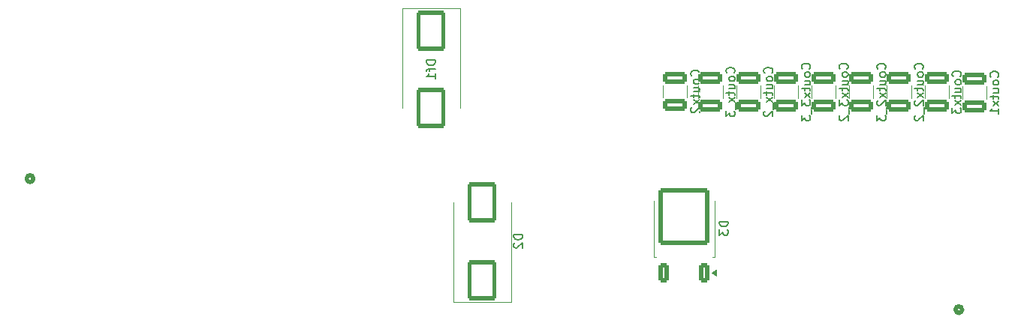
<source format=gbo>
%TF.GenerationSoftware,KiCad,Pcbnew,8.0.7*%
%TF.CreationDate,2025-01-13T19:37:05-08:00*%
%TF.ProjectId,DCDCv2,44434443-7632-42e6-9b69-6361645f7063,rev?*%
%TF.SameCoordinates,Original*%
%TF.FileFunction,Legend,Bot*%
%TF.FilePolarity,Positive*%
%FSLAX46Y46*%
G04 Gerber Fmt 4.6, Leading zero omitted, Abs format (unit mm)*
G04 Created by KiCad (PCBNEW 8.0.7) date 2025-01-13 19:37:05*
%MOMM*%
%LPD*%
G01*
G04 APERTURE LIST*
G04 Aperture macros list*
%AMRoundRect*
0 Rectangle with rounded corners*
0 $1 Rounding radius*
0 $2 $3 $4 $5 $6 $7 $8 $9 X,Y pos of 4 corners*
0 Add a 4 corners polygon primitive as box body*
4,1,4,$2,$3,$4,$5,$6,$7,$8,$9,$2,$3,0*
0 Add four circle primitives for the rounded corners*
1,1,$1+$1,$2,$3*
1,1,$1+$1,$4,$5*
1,1,$1+$1,$6,$7*
1,1,$1+$1,$8,$9*
0 Add four rect primitives between the rounded corners*
20,1,$1+$1,$2,$3,$4,$5,0*
20,1,$1+$1,$4,$5,$6,$7,0*
20,1,$1+$1,$6,$7,$8,$9,0*
20,1,$1+$1,$8,$9,$2,$3,0*%
G04 Aperture macros list end*
%ADD10C,0.150000*%
%ADD11C,0.508000*%
%ADD12C,0.120000*%
%ADD13C,1.803400*%
%ADD14C,2.000000*%
%ADD15C,3.750000*%
%ADD16R,10.000000X5.000000*%
%ADD17O,10.000000X5.000000*%
%ADD18RoundRect,0.250000X1.100000X-0.412500X1.100000X0.412500X-1.100000X0.412500X-1.100000X-0.412500X0*%
%ADD19RoundRect,0.250000X-1.400000X-2.000000X1.400000X-2.000000X1.400000X2.000000X-1.400000X2.000000X0*%
%ADD20RoundRect,0.250000X1.400000X2.000000X-1.400000X2.000000X-1.400000X-2.000000X1.400000X-2.000000X0*%
%ADD21RoundRect,0.250000X0.350000X-0.850000X0.350000X0.850000X-0.350000X0.850000X-0.350000X-0.850000X0*%
%ADD22RoundRect,0.249997X2.650003X-2.950003X2.650003X2.950003X-2.650003X2.950003X-2.650003X-2.950003X0*%
G04 APERTURE END LIST*
D10*
X139409580Y-57800594D02*
X139457200Y-57752975D01*
X139457200Y-57752975D02*
X139504819Y-57610118D01*
X139504819Y-57610118D02*
X139504819Y-57514880D01*
X139504819Y-57514880D02*
X139457200Y-57372023D01*
X139457200Y-57372023D02*
X139361961Y-57276785D01*
X139361961Y-57276785D02*
X139266723Y-57229166D01*
X139266723Y-57229166D02*
X139076247Y-57181547D01*
X139076247Y-57181547D02*
X138933390Y-57181547D01*
X138933390Y-57181547D02*
X138742914Y-57229166D01*
X138742914Y-57229166D02*
X138647676Y-57276785D01*
X138647676Y-57276785D02*
X138552438Y-57372023D01*
X138552438Y-57372023D02*
X138504819Y-57514880D01*
X138504819Y-57514880D02*
X138504819Y-57610118D01*
X138504819Y-57610118D02*
X138552438Y-57752975D01*
X138552438Y-57752975D02*
X138600057Y-57800594D01*
X139504819Y-58372023D02*
X139457200Y-58276785D01*
X139457200Y-58276785D02*
X139409580Y-58229166D01*
X139409580Y-58229166D02*
X139314342Y-58181547D01*
X139314342Y-58181547D02*
X139028628Y-58181547D01*
X139028628Y-58181547D02*
X138933390Y-58229166D01*
X138933390Y-58229166D02*
X138885771Y-58276785D01*
X138885771Y-58276785D02*
X138838152Y-58372023D01*
X138838152Y-58372023D02*
X138838152Y-58514880D01*
X138838152Y-58514880D02*
X138885771Y-58610118D01*
X138885771Y-58610118D02*
X138933390Y-58657737D01*
X138933390Y-58657737D02*
X139028628Y-58705356D01*
X139028628Y-58705356D02*
X139314342Y-58705356D01*
X139314342Y-58705356D02*
X139409580Y-58657737D01*
X139409580Y-58657737D02*
X139457200Y-58610118D01*
X139457200Y-58610118D02*
X139504819Y-58514880D01*
X139504819Y-58514880D02*
X139504819Y-58372023D01*
X138838152Y-59562499D02*
X139504819Y-59562499D01*
X138838152Y-59133928D02*
X139361961Y-59133928D01*
X139361961Y-59133928D02*
X139457200Y-59181547D01*
X139457200Y-59181547D02*
X139504819Y-59276785D01*
X139504819Y-59276785D02*
X139504819Y-59419642D01*
X139504819Y-59419642D02*
X139457200Y-59514880D01*
X139457200Y-59514880D02*
X139409580Y-59562499D01*
X138838152Y-59895833D02*
X138838152Y-60276785D01*
X138504819Y-60038690D02*
X139361961Y-60038690D01*
X139361961Y-60038690D02*
X139457200Y-60086309D01*
X139457200Y-60086309D02*
X139504819Y-60181547D01*
X139504819Y-60181547D02*
X139504819Y-60276785D01*
X139504819Y-60514881D02*
X138838152Y-61038690D01*
X138838152Y-60514881D02*
X139504819Y-61038690D01*
X138504819Y-61324405D02*
X138504819Y-61943452D01*
X138504819Y-61943452D02*
X138885771Y-61610119D01*
X138885771Y-61610119D02*
X138885771Y-61752976D01*
X138885771Y-61752976D02*
X138933390Y-61848214D01*
X138933390Y-61848214D02*
X138981009Y-61895833D01*
X138981009Y-61895833D02*
X139076247Y-61943452D01*
X139076247Y-61943452D02*
X139314342Y-61943452D01*
X139314342Y-61943452D02*
X139409580Y-61895833D01*
X139409580Y-61895833D02*
X139457200Y-61848214D01*
X139457200Y-61848214D02*
X139504819Y-61752976D01*
X139504819Y-61752976D02*
X139504819Y-61467262D01*
X139504819Y-61467262D02*
X139457200Y-61372024D01*
X139457200Y-61372024D02*
X139409580Y-61324405D01*
X90054819Y-75661905D02*
X89054819Y-75661905D01*
X89054819Y-75661905D02*
X89054819Y-75900000D01*
X89054819Y-75900000D02*
X89102438Y-76042857D01*
X89102438Y-76042857D02*
X89197676Y-76138095D01*
X89197676Y-76138095D02*
X89292914Y-76185714D01*
X89292914Y-76185714D02*
X89483390Y-76233333D01*
X89483390Y-76233333D02*
X89626247Y-76233333D01*
X89626247Y-76233333D02*
X89816723Y-76185714D01*
X89816723Y-76185714D02*
X89911961Y-76138095D01*
X89911961Y-76138095D02*
X90007200Y-76042857D01*
X90007200Y-76042857D02*
X90054819Y-75900000D01*
X90054819Y-75900000D02*
X90054819Y-75661905D01*
X89150057Y-76614286D02*
X89102438Y-76661905D01*
X89102438Y-76661905D02*
X89054819Y-76757143D01*
X89054819Y-76757143D02*
X89054819Y-76995238D01*
X89054819Y-76995238D02*
X89102438Y-77090476D01*
X89102438Y-77090476D02*
X89150057Y-77138095D01*
X89150057Y-77138095D02*
X89245295Y-77185714D01*
X89245295Y-77185714D02*
X89340533Y-77185714D01*
X89340533Y-77185714D02*
X89483390Y-77138095D01*
X89483390Y-77138095D02*
X90054819Y-76566667D01*
X90054819Y-76566667D02*
X90054819Y-77185714D01*
X113909580Y-57419642D02*
X113957200Y-57372023D01*
X113957200Y-57372023D02*
X114004819Y-57229166D01*
X114004819Y-57229166D02*
X114004819Y-57133928D01*
X114004819Y-57133928D02*
X113957200Y-56991071D01*
X113957200Y-56991071D02*
X113861961Y-56895833D01*
X113861961Y-56895833D02*
X113766723Y-56848214D01*
X113766723Y-56848214D02*
X113576247Y-56800595D01*
X113576247Y-56800595D02*
X113433390Y-56800595D01*
X113433390Y-56800595D02*
X113242914Y-56848214D01*
X113242914Y-56848214D02*
X113147676Y-56895833D01*
X113147676Y-56895833D02*
X113052438Y-56991071D01*
X113052438Y-56991071D02*
X113004819Y-57133928D01*
X113004819Y-57133928D02*
X113004819Y-57229166D01*
X113004819Y-57229166D02*
X113052438Y-57372023D01*
X113052438Y-57372023D02*
X113100057Y-57419642D01*
X114004819Y-57991071D02*
X113957200Y-57895833D01*
X113957200Y-57895833D02*
X113909580Y-57848214D01*
X113909580Y-57848214D02*
X113814342Y-57800595D01*
X113814342Y-57800595D02*
X113528628Y-57800595D01*
X113528628Y-57800595D02*
X113433390Y-57848214D01*
X113433390Y-57848214D02*
X113385771Y-57895833D01*
X113385771Y-57895833D02*
X113338152Y-57991071D01*
X113338152Y-57991071D02*
X113338152Y-58133928D01*
X113338152Y-58133928D02*
X113385771Y-58229166D01*
X113385771Y-58229166D02*
X113433390Y-58276785D01*
X113433390Y-58276785D02*
X113528628Y-58324404D01*
X113528628Y-58324404D02*
X113814342Y-58324404D01*
X113814342Y-58324404D02*
X113909580Y-58276785D01*
X113909580Y-58276785D02*
X113957200Y-58229166D01*
X113957200Y-58229166D02*
X114004819Y-58133928D01*
X114004819Y-58133928D02*
X114004819Y-57991071D01*
X113338152Y-59181547D02*
X114004819Y-59181547D01*
X113338152Y-58752976D02*
X113861961Y-58752976D01*
X113861961Y-58752976D02*
X113957200Y-58800595D01*
X113957200Y-58800595D02*
X114004819Y-58895833D01*
X114004819Y-58895833D02*
X114004819Y-59038690D01*
X114004819Y-59038690D02*
X113957200Y-59133928D01*
X113957200Y-59133928D02*
X113909580Y-59181547D01*
X113338152Y-59514881D02*
X113338152Y-59895833D01*
X113004819Y-59657738D02*
X113861961Y-59657738D01*
X113861961Y-59657738D02*
X113957200Y-59705357D01*
X113957200Y-59705357D02*
X114004819Y-59800595D01*
X114004819Y-59800595D02*
X114004819Y-59895833D01*
X114004819Y-60133929D02*
X113338152Y-60657738D01*
X113338152Y-60133929D02*
X114004819Y-60657738D01*
X114100057Y-60800596D02*
X114100057Y-61562500D01*
X113004819Y-61705358D02*
X113004819Y-62324405D01*
X113004819Y-62324405D02*
X113385771Y-61991072D01*
X113385771Y-61991072D02*
X113385771Y-62133929D01*
X113385771Y-62133929D02*
X113433390Y-62229167D01*
X113433390Y-62229167D02*
X113481009Y-62276786D01*
X113481009Y-62276786D02*
X113576247Y-62324405D01*
X113576247Y-62324405D02*
X113814342Y-62324405D01*
X113814342Y-62324405D02*
X113909580Y-62276786D01*
X113909580Y-62276786D02*
X113957200Y-62229167D01*
X113957200Y-62229167D02*
X114004819Y-62133929D01*
X114004819Y-62133929D02*
X114004819Y-61848215D01*
X114004819Y-61848215D02*
X113957200Y-61752977D01*
X113957200Y-61752977D02*
X113909580Y-61705358D01*
X118159580Y-57419642D02*
X118207200Y-57372023D01*
X118207200Y-57372023D02*
X118254819Y-57229166D01*
X118254819Y-57229166D02*
X118254819Y-57133928D01*
X118254819Y-57133928D02*
X118207200Y-56991071D01*
X118207200Y-56991071D02*
X118111961Y-56895833D01*
X118111961Y-56895833D02*
X118016723Y-56848214D01*
X118016723Y-56848214D02*
X117826247Y-56800595D01*
X117826247Y-56800595D02*
X117683390Y-56800595D01*
X117683390Y-56800595D02*
X117492914Y-56848214D01*
X117492914Y-56848214D02*
X117397676Y-56895833D01*
X117397676Y-56895833D02*
X117302438Y-56991071D01*
X117302438Y-56991071D02*
X117254819Y-57133928D01*
X117254819Y-57133928D02*
X117254819Y-57229166D01*
X117254819Y-57229166D02*
X117302438Y-57372023D01*
X117302438Y-57372023D02*
X117350057Y-57419642D01*
X118254819Y-57991071D02*
X118207200Y-57895833D01*
X118207200Y-57895833D02*
X118159580Y-57848214D01*
X118159580Y-57848214D02*
X118064342Y-57800595D01*
X118064342Y-57800595D02*
X117778628Y-57800595D01*
X117778628Y-57800595D02*
X117683390Y-57848214D01*
X117683390Y-57848214D02*
X117635771Y-57895833D01*
X117635771Y-57895833D02*
X117588152Y-57991071D01*
X117588152Y-57991071D02*
X117588152Y-58133928D01*
X117588152Y-58133928D02*
X117635771Y-58229166D01*
X117635771Y-58229166D02*
X117683390Y-58276785D01*
X117683390Y-58276785D02*
X117778628Y-58324404D01*
X117778628Y-58324404D02*
X118064342Y-58324404D01*
X118064342Y-58324404D02*
X118159580Y-58276785D01*
X118159580Y-58276785D02*
X118207200Y-58229166D01*
X118207200Y-58229166D02*
X118254819Y-58133928D01*
X118254819Y-58133928D02*
X118254819Y-57991071D01*
X117588152Y-59181547D02*
X118254819Y-59181547D01*
X117588152Y-58752976D02*
X118111961Y-58752976D01*
X118111961Y-58752976D02*
X118207200Y-58800595D01*
X118207200Y-58800595D02*
X118254819Y-58895833D01*
X118254819Y-58895833D02*
X118254819Y-59038690D01*
X118254819Y-59038690D02*
X118207200Y-59133928D01*
X118207200Y-59133928D02*
X118159580Y-59181547D01*
X117588152Y-59514881D02*
X117588152Y-59895833D01*
X117254819Y-59657738D02*
X118111961Y-59657738D01*
X118111961Y-59657738D02*
X118207200Y-59705357D01*
X118207200Y-59705357D02*
X118254819Y-59800595D01*
X118254819Y-59800595D02*
X118254819Y-59895833D01*
X118254819Y-60133929D02*
X117588152Y-60657738D01*
X117588152Y-60133929D02*
X118254819Y-60657738D01*
X118350057Y-60800596D02*
X118350057Y-61562500D01*
X117350057Y-61752977D02*
X117302438Y-61800596D01*
X117302438Y-61800596D02*
X117254819Y-61895834D01*
X117254819Y-61895834D02*
X117254819Y-62133929D01*
X117254819Y-62133929D02*
X117302438Y-62229167D01*
X117302438Y-62229167D02*
X117350057Y-62276786D01*
X117350057Y-62276786D02*
X117445295Y-62324405D01*
X117445295Y-62324405D02*
X117540533Y-62324405D01*
X117540533Y-62324405D02*
X117683390Y-62276786D01*
X117683390Y-62276786D02*
X118254819Y-61705358D01*
X118254819Y-61705358D02*
X118254819Y-62324405D01*
X130909580Y-56943451D02*
X130957200Y-56895832D01*
X130957200Y-56895832D02*
X131004819Y-56752975D01*
X131004819Y-56752975D02*
X131004819Y-56657737D01*
X131004819Y-56657737D02*
X130957200Y-56514880D01*
X130957200Y-56514880D02*
X130861961Y-56419642D01*
X130861961Y-56419642D02*
X130766723Y-56372023D01*
X130766723Y-56372023D02*
X130576247Y-56324404D01*
X130576247Y-56324404D02*
X130433390Y-56324404D01*
X130433390Y-56324404D02*
X130242914Y-56372023D01*
X130242914Y-56372023D02*
X130147676Y-56419642D01*
X130147676Y-56419642D02*
X130052438Y-56514880D01*
X130052438Y-56514880D02*
X130004819Y-56657737D01*
X130004819Y-56657737D02*
X130004819Y-56752975D01*
X130004819Y-56752975D02*
X130052438Y-56895832D01*
X130052438Y-56895832D02*
X130100057Y-56943451D01*
X131004819Y-57514880D02*
X130957200Y-57419642D01*
X130957200Y-57419642D02*
X130909580Y-57372023D01*
X130909580Y-57372023D02*
X130814342Y-57324404D01*
X130814342Y-57324404D02*
X130528628Y-57324404D01*
X130528628Y-57324404D02*
X130433390Y-57372023D01*
X130433390Y-57372023D02*
X130385771Y-57419642D01*
X130385771Y-57419642D02*
X130338152Y-57514880D01*
X130338152Y-57514880D02*
X130338152Y-57657737D01*
X130338152Y-57657737D02*
X130385771Y-57752975D01*
X130385771Y-57752975D02*
X130433390Y-57800594D01*
X130433390Y-57800594D02*
X130528628Y-57848213D01*
X130528628Y-57848213D02*
X130814342Y-57848213D01*
X130814342Y-57848213D02*
X130909580Y-57800594D01*
X130909580Y-57800594D02*
X130957200Y-57752975D01*
X130957200Y-57752975D02*
X131004819Y-57657737D01*
X131004819Y-57657737D02*
X131004819Y-57514880D01*
X130338152Y-58705356D02*
X131004819Y-58705356D01*
X130338152Y-58276785D02*
X130861961Y-58276785D01*
X130861961Y-58276785D02*
X130957200Y-58324404D01*
X130957200Y-58324404D02*
X131004819Y-58419642D01*
X131004819Y-58419642D02*
X131004819Y-58562499D01*
X131004819Y-58562499D02*
X130957200Y-58657737D01*
X130957200Y-58657737D02*
X130909580Y-58705356D01*
X130338152Y-59038690D02*
X130338152Y-59419642D01*
X130004819Y-59181547D02*
X130861961Y-59181547D01*
X130861961Y-59181547D02*
X130957200Y-59229166D01*
X130957200Y-59229166D02*
X131004819Y-59324404D01*
X131004819Y-59324404D02*
X131004819Y-59419642D01*
X131004819Y-59657738D02*
X130338152Y-60181547D01*
X130338152Y-59657738D02*
X131004819Y-60181547D01*
X130100057Y-60514881D02*
X130052438Y-60562500D01*
X130052438Y-60562500D02*
X130004819Y-60657738D01*
X130004819Y-60657738D02*
X130004819Y-60895833D01*
X130004819Y-60895833D02*
X130052438Y-60991071D01*
X130052438Y-60991071D02*
X130100057Y-61038690D01*
X130100057Y-61038690D02*
X130195295Y-61086309D01*
X130195295Y-61086309D02*
X130290533Y-61086309D01*
X130290533Y-61086309D02*
X130433390Y-61038690D01*
X130433390Y-61038690D02*
X131004819Y-60467262D01*
X131004819Y-60467262D02*
X131004819Y-61086309D01*
X131100057Y-61276786D02*
X131100057Y-62038690D01*
X130004819Y-62181548D02*
X130004819Y-62800595D01*
X130004819Y-62800595D02*
X130385771Y-62467262D01*
X130385771Y-62467262D02*
X130385771Y-62610119D01*
X130385771Y-62610119D02*
X130433390Y-62705357D01*
X130433390Y-62705357D02*
X130481009Y-62752976D01*
X130481009Y-62752976D02*
X130576247Y-62800595D01*
X130576247Y-62800595D02*
X130814342Y-62800595D01*
X130814342Y-62800595D02*
X130909580Y-62752976D01*
X130909580Y-62752976D02*
X130957200Y-62705357D01*
X130957200Y-62705357D02*
X131004819Y-62610119D01*
X131004819Y-62610119D02*
X131004819Y-62324405D01*
X131004819Y-62324405D02*
X130957200Y-62229167D01*
X130957200Y-62229167D02*
X130909580Y-62181548D01*
X122409580Y-56943451D02*
X122457200Y-56895832D01*
X122457200Y-56895832D02*
X122504819Y-56752975D01*
X122504819Y-56752975D02*
X122504819Y-56657737D01*
X122504819Y-56657737D02*
X122457200Y-56514880D01*
X122457200Y-56514880D02*
X122361961Y-56419642D01*
X122361961Y-56419642D02*
X122266723Y-56372023D01*
X122266723Y-56372023D02*
X122076247Y-56324404D01*
X122076247Y-56324404D02*
X121933390Y-56324404D01*
X121933390Y-56324404D02*
X121742914Y-56372023D01*
X121742914Y-56372023D02*
X121647676Y-56419642D01*
X121647676Y-56419642D02*
X121552438Y-56514880D01*
X121552438Y-56514880D02*
X121504819Y-56657737D01*
X121504819Y-56657737D02*
X121504819Y-56752975D01*
X121504819Y-56752975D02*
X121552438Y-56895832D01*
X121552438Y-56895832D02*
X121600057Y-56943451D01*
X122504819Y-57514880D02*
X122457200Y-57419642D01*
X122457200Y-57419642D02*
X122409580Y-57372023D01*
X122409580Y-57372023D02*
X122314342Y-57324404D01*
X122314342Y-57324404D02*
X122028628Y-57324404D01*
X122028628Y-57324404D02*
X121933390Y-57372023D01*
X121933390Y-57372023D02*
X121885771Y-57419642D01*
X121885771Y-57419642D02*
X121838152Y-57514880D01*
X121838152Y-57514880D02*
X121838152Y-57657737D01*
X121838152Y-57657737D02*
X121885771Y-57752975D01*
X121885771Y-57752975D02*
X121933390Y-57800594D01*
X121933390Y-57800594D02*
X122028628Y-57848213D01*
X122028628Y-57848213D02*
X122314342Y-57848213D01*
X122314342Y-57848213D02*
X122409580Y-57800594D01*
X122409580Y-57800594D02*
X122457200Y-57752975D01*
X122457200Y-57752975D02*
X122504819Y-57657737D01*
X122504819Y-57657737D02*
X122504819Y-57514880D01*
X121838152Y-58705356D02*
X122504819Y-58705356D01*
X121838152Y-58276785D02*
X122361961Y-58276785D01*
X122361961Y-58276785D02*
X122457200Y-58324404D01*
X122457200Y-58324404D02*
X122504819Y-58419642D01*
X122504819Y-58419642D02*
X122504819Y-58562499D01*
X122504819Y-58562499D02*
X122457200Y-58657737D01*
X122457200Y-58657737D02*
X122409580Y-58705356D01*
X121838152Y-59038690D02*
X121838152Y-59419642D01*
X121504819Y-59181547D02*
X122361961Y-59181547D01*
X122361961Y-59181547D02*
X122457200Y-59229166D01*
X122457200Y-59229166D02*
X122504819Y-59324404D01*
X122504819Y-59324404D02*
X122504819Y-59419642D01*
X122504819Y-59657738D02*
X121838152Y-60181547D01*
X121838152Y-59657738D02*
X122504819Y-60181547D01*
X121504819Y-60467262D02*
X121504819Y-61086309D01*
X121504819Y-61086309D02*
X121885771Y-60752976D01*
X121885771Y-60752976D02*
X121885771Y-60895833D01*
X121885771Y-60895833D02*
X121933390Y-60991071D01*
X121933390Y-60991071D02*
X121981009Y-61038690D01*
X121981009Y-61038690D02*
X122076247Y-61086309D01*
X122076247Y-61086309D02*
X122314342Y-61086309D01*
X122314342Y-61086309D02*
X122409580Y-61038690D01*
X122409580Y-61038690D02*
X122457200Y-60991071D01*
X122457200Y-60991071D02*
X122504819Y-60895833D01*
X122504819Y-60895833D02*
X122504819Y-60610119D01*
X122504819Y-60610119D02*
X122457200Y-60514881D01*
X122457200Y-60514881D02*
X122409580Y-60467262D01*
X122600057Y-61276786D02*
X122600057Y-62038690D01*
X121504819Y-62181548D02*
X121504819Y-62800595D01*
X121504819Y-62800595D02*
X121885771Y-62467262D01*
X121885771Y-62467262D02*
X121885771Y-62610119D01*
X121885771Y-62610119D02*
X121933390Y-62705357D01*
X121933390Y-62705357D02*
X121981009Y-62752976D01*
X121981009Y-62752976D02*
X122076247Y-62800595D01*
X122076247Y-62800595D02*
X122314342Y-62800595D01*
X122314342Y-62800595D02*
X122409580Y-62752976D01*
X122409580Y-62752976D02*
X122457200Y-62705357D01*
X122457200Y-62705357D02*
X122504819Y-62610119D01*
X122504819Y-62610119D02*
X122504819Y-62324405D01*
X122504819Y-62324405D02*
X122457200Y-62229167D01*
X122457200Y-62229167D02*
X122409580Y-62181548D01*
X80204819Y-55976190D02*
X79204819Y-55976190D01*
X79204819Y-55976190D02*
X79204819Y-56214285D01*
X79204819Y-56214285D02*
X79252438Y-56357142D01*
X79252438Y-56357142D02*
X79347676Y-56452380D01*
X79347676Y-56452380D02*
X79442914Y-56499999D01*
X79442914Y-56499999D02*
X79633390Y-56547618D01*
X79633390Y-56547618D02*
X79776247Y-56547618D01*
X79776247Y-56547618D02*
X79966723Y-56499999D01*
X79966723Y-56499999D02*
X80061961Y-56452380D01*
X80061961Y-56452380D02*
X80157200Y-56357142D01*
X80157200Y-56357142D02*
X80204819Y-56214285D01*
X80204819Y-56214285D02*
X80204819Y-55976190D01*
X79538152Y-56833333D02*
X79538152Y-57214285D01*
X80204819Y-56976190D02*
X79347676Y-56976190D01*
X79347676Y-56976190D02*
X79252438Y-57023809D01*
X79252438Y-57023809D02*
X79204819Y-57119047D01*
X79204819Y-57119047D02*
X79204819Y-57214285D01*
X80204819Y-58071428D02*
X80204819Y-57500000D01*
X80204819Y-57785714D02*
X79204819Y-57785714D01*
X79204819Y-57785714D02*
X79347676Y-57690476D01*
X79347676Y-57690476D02*
X79442914Y-57595238D01*
X79442914Y-57595238D02*
X79490533Y-57500000D01*
X113229819Y-74196905D02*
X112229819Y-74196905D01*
X112229819Y-74196905D02*
X112229819Y-74435000D01*
X112229819Y-74435000D02*
X112277438Y-74577857D01*
X112277438Y-74577857D02*
X112372676Y-74673095D01*
X112372676Y-74673095D02*
X112467914Y-74720714D01*
X112467914Y-74720714D02*
X112658390Y-74768333D01*
X112658390Y-74768333D02*
X112801247Y-74768333D01*
X112801247Y-74768333D02*
X112991723Y-74720714D01*
X112991723Y-74720714D02*
X113086961Y-74673095D01*
X113086961Y-74673095D02*
X113182200Y-74577857D01*
X113182200Y-74577857D02*
X113229819Y-74435000D01*
X113229819Y-74435000D02*
X113229819Y-74196905D01*
X112229819Y-75101667D02*
X112229819Y-75720714D01*
X112229819Y-75720714D02*
X112610771Y-75387381D01*
X112610771Y-75387381D02*
X112610771Y-75530238D01*
X112610771Y-75530238D02*
X112658390Y-75625476D01*
X112658390Y-75625476D02*
X112706009Y-75673095D01*
X112706009Y-75673095D02*
X112801247Y-75720714D01*
X112801247Y-75720714D02*
X113039342Y-75720714D01*
X113039342Y-75720714D02*
X113134580Y-75673095D01*
X113134580Y-75673095D02*
X113182200Y-75625476D01*
X113182200Y-75625476D02*
X113229819Y-75530238D01*
X113229819Y-75530238D02*
X113229819Y-75244524D01*
X113229819Y-75244524D02*
X113182200Y-75149286D01*
X113182200Y-75149286D02*
X113134580Y-75101667D01*
X135159580Y-56943451D02*
X135207200Y-56895832D01*
X135207200Y-56895832D02*
X135254819Y-56752975D01*
X135254819Y-56752975D02*
X135254819Y-56657737D01*
X135254819Y-56657737D02*
X135207200Y-56514880D01*
X135207200Y-56514880D02*
X135111961Y-56419642D01*
X135111961Y-56419642D02*
X135016723Y-56372023D01*
X135016723Y-56372023D02*
X134826247Y-56324404D01*
X134826247Y-56324404D02*
X134683390Y-56324404D01*
X134683390Y-56324404D02*
X134492914Y-56372023D01*
X134492914Y-56372023D02*
X134397676Y-56419642D01*
X134397676Y-56419642D02*
X134302438Y-56514880D01*
X134302438Y-56514880D02*
X134254819Y-56657737D01*
X134254819Y-56657737D02*
X134254819Y-56752975D01*
X134254819Y-56752975D02*
X134302438Y-56895832D01*
X134302438Y-56895832D02*
X134350057Y-56943451D01*
X135254819Y-57514880D02*
X135207200Y-57419642D01*
X135207200Y-57419642D02*
X135159580Y-57372023D01*
X135159580Y-57372023D02*
X135064342Y-57324404D01*
X135064342Y-57324404D02*
X134778628Y-57324404D01*
X134778628Y-57324404D02*
X134683390Y-57372023D01*
X134683390Y-57372023D02*
X134635771Y-57419642D01*
X134635771Y-57419642D02*
X134588152Y-57514880D01*
X134588152Y-57514880D02*
X134588152Y-57657737D01*
X134588152Y-57657737D02*
X134635771Y-57752975D01*
X134635771Y-57752975D02*
X134683390Y-57800594D01*
X134683390Y-57800594D02*
X134778628Y-57848213D01*
X134778628Y-57848213D02*
X135064342Y-57848213D01*
X135064342Y-57848213D02*
X135159580Y-57800594D01*
X135159580Y-57800594D02*
X135207200Y-57752975D01*
X135207200Y-57752975D02*
X135254819Y-57657737D01*
X135254819Y-57657737D02*
X135254819Y-57514880D01*
X134588152Y-58705356D02*
X135254819Y-58705356D01*
X134588152Y-58276785D02*
X135111961Y-58276785D01*
X135111961Y-58276785D02*
X135207200Y-58324404D01*
X135207200Y-58324404D02*
X135254819Y-58419642D01*
X135254819Y-58419642D02*
X135254819Y-58562499D01*
X135254819Y-58562499D02*
X135207200Y-58657737D01*
X135207200Y-58657737D02*
X135159580Y-58705356D01*
X134588152Y-59038690D02*
X134588152Y-59419642D01*
X134254819Y-59181547D02*
X135111961Y-59181547D01*
X135111961Y-59181547D02*
X135207200Y-59229166D01*
X135207200Y-59229166D02*
X135254819Y-59324404D01*
X135254819Y-59324404D02*
X135254819Y-59419642D01*
X135254819Y-59657738D02*
X134588152Y-60181547D01*
X134588152Y-59657738D02*
X135254819Y-60181547D01*
X134350057Y-60514881D02*
X134302438Y-60562500D01*
X134302438Y-60562500D02*
X134254819Y-60657738D01*
X134254819Y-60657738D02*
X134254819Y-60895833D01*
X134254819Y-60895833D02*
X134302438Y-60991071D01*
X134302438Y-60991071D02*
X134350057Y-61038690D01*
X134350057Y-61038690D02*
X134445295Y-61086309D01*
X134445295Y-61086309D02*
X134540533Y-61086309D01*
X134540533Y-61086309D02*
X134683390Y-61038690D01*
X134683390Y-61038690D02*
X135254819Y-60467262D01*
X135254819Y-60467262D02*
X135254819Y-61086309D01*
X135350057Y-61276786D02*
X135350057Y-62038690D01*
X134350057Y-62229167D02*
X134302438Y-62276786D01*
X134302438Y-62276786D02*
X134254819Y-62372024D01*
X134254819Y-62372024D02*
X134254819Y-62610119D01*
X134254819Y-62610119D02*
X134302438Y-62705357D01*
X134302438Y-62705357D02*
X134350057Y-62752976D01*
X134350057Y-62752976D02*
X134445295Y-62800595D01*
X134445295Y-62800595D02*
X134540533Y-62800595D01*
X134540533Y-62800595D02*
X134683390Y-62752976D01*
X134683390Y-62752976D02*
X135254819Y-62181548D01*
X135254819Y-62181548D02*
X135254819Y-62800595D01*
X126659580Y-56943451D02*
X126707200Y-56895832D01*
X126707200Y-56895832D02*
X126754819Y-56752975D01*
X126754819Y-56752975D02*
X126754819Y-56657737D01*
X126754819Y-56657737D02*
X126707200Y-56514880D01*
X126707200Y-56514880D02*
X126611961Y-56419642D01*
X126611961Y-56419642D02*
X126516723Y-56372023D01*
X126516723Y-56372023D02*
X126326247Y-56324404D01*
X126326247Y-56324404D02*
X126183390Y-56324404D01*
X126183390Y-56324404D02*
X125992914Y-56372023D01*
X125992914Y-56372023D02*
X125897676Y-56419642D01*
X125897676Y-56419642D02*
X125802438Y-56514880D01*
X125802438Y-56514880D02*
X125754819Y-56657737D01*
X125754819Y-56657737D02*
X125754819Y-56752975D01*
X125754819Y-56752975D02*
X125802438Y-56895832D01*
X125802438Y-56895832D02*
X125850057Y-56943451D01*
X126754819Y-57514880D02*
X126707200Y-57419642D01*
X126707200Y-57419642D02*
X126659580Y-57372023D01*
X126659580Y-57372023D02*
X126564342Y-57324404D01*
X126564342Y-57324404D02*
X126278628Y-57324404D01*
X126278628Y-57324404D02*
X126183390Y-57372023D01*
X126183390Y-57372023D02*
X126135771Y-57419642D01*
X126135771Y-57419642D02*
X126088152Y-57514880D01*
X126088152Y-57514880D02*
X126088152Y-57657737D01*
X126088152Y-57657737D02*
X126135771Y-57752975D01*
X126135771Y-57752975D02*
X126183390Y-57800594D01*
X126183390Y-57800594D02*
X126278628Y-57848213D01*
X126278628Y-57848213D02*
X126564342Y-57848213D01*
X126564342Y-57848213D02*
X126659580Y-57800594D01*
X126659580Y-57800594D02*
X126707200Y-57752975D01*
X126707200Y-57752975D02*
X126754819Y-57657737D01*
X126754819Y-57657737D02*
X126754819Y-57514880D01*
X126088152Y-58705356D02*
X126754819Y-58705356D01*
X126088152Y-58276785D02*
X126611961Y-58276785D01*
X126611961Y-58276785D02*
X126707200Y-58324404D01*
X126707200Y-58324404D02*
X126754819Y-58419642D01*
X126754819Y-58419642D02*
X126754819Y-58562499D01*
X126754819Y-58562499D02*
X126707200Y-58657737D01*
X126707200Y-58657737D02*
X126659580Y-58705356D01*
X126088152Y-59038690D02*
X126088152Y-59419642D01*
X125754819Y-59181547D02*
X126611961Y-59181547D01*
X126611961Y-59181547D02*
X126707200Y-59229166D01*
X126707200Y-59229166D02*
X126754819Y-59324404D01*
X126754819Y-59324404D02*
X126754819Y-59419642D01*
X126754819Y-59657738D02*
X126088152Y-60181547D01*
X126088152Y-59657738D02*
X126754819Y-60181547D01*
X125754819Y-60467262D02*
X125754819Y-61086309D01*
X125754819Y-61086309D02*
X126135771Y-60752976D01*
X126135771Y-60752976D02*
X126135771Y-60895833D01*
X126135771Y-60895833D02*
X126183390Y-60991071D01*
X126183390Y-60991071D02*
X126231009Y-61038690D01*
X126231009Y-61038690D02*
X126326247Y-61086309D01*
X126326247Y-61086309D02*
X126564342Y-61086309D01*
X126564342Y-61086309D02*
X126659580Y-61038690D01*
X126659580Y-61038690D02*
X126707200Y-60991071D01*
X126707200Y-60991071D02*
X126754819Y-60895833D01*
X126754819Y-60895833D02*
X126754819Y-60610119D01*
X126754819Y-60610119D02*
X126707200Y-60514881D01*
X126707200Y-60514881D02*
X126659580Y-60467262D01*
X126850057Y-61276786D02*
X126850057Y-62038690D01*
X125850057Y-62229167D02*
X125802438Y-62276786D01*
X125802438Y-62276786D02*
X125754819Y-62372024D01*
X125754819Y-62372024D02*
X125754819Y-62610119D01*
X125754819Y-62610119D02*
X125802438Y-62705357D01*
X125802438Y-62705357D02*
X125850057Y-62752976D01*
X125850057Y-62752976D02*
X125945295Y-62800595D01*
X125945295Y-62800595D02*
X126040533Y-62800595D01*
X126040533Y-62800595D02*
X126183390Y-62752976D01*
X126183390Y-62752976D02*
X126754819Y-62181548D01*
X126754819Y-62181548D02*
X126754819Y-62800595D01*
X143659580Y-57863094D02*
X143707200Y-57815475D01*
X143707200Y-57815475D02*
X143754819Y-57672618D01*
X143754819Y-57672618D02*
X143754819Y-57577380D01*
X143754819Y-57577380D02*
X143707200Y-57434523D01*
X143707200Y-57434523D02*
X143611961Y-57339285D01*
X143611961Y-57339285D02*
X143516723Y-57291666D01*
X143516723Y-57291666D02*
X143326247Y-57244047D01*
X143326247Y-57244047D02*
X143183390Y-57244047D01*
X143183390Y-57244047D02*
X142992914Y-57291666D01*
X142992914Y-57291666D02*
X142897676Y-57339285D01*
X142897676Y-57339285D02*
X142802438Y-57434523D01*
X142802438Y-57434523D02*
X142754819Y-57577380D01*
X142754819Y-57577380D02*
X142754819Y-57672618D01*
X142754819Y-57672618D02*
X142802438Y-57815475D01*
X142802438Y-57815475D02*
X142850057Y-57863094D01*
X143754819Y-58434523D02*
X143707200Y-58339285D01*
X143707200Y-58339285D02*
X143659580Y-58291666D01*
X143659580Y-58291666D02*
X143564342Y-58244047D01*
X143564342Y-58244047D02*
X143278628Y-58244047D01*
X143278628Y-58244047D02*
X143183390Y-58291666D01*
X143183390Y-58291666D02*
X143135771Y-58339285D01*
X143135771Y-58339285D02*
X143088152Y-58434523D01*
X143088152Y-58434523D02*
X143088152Y-58577380D01*
X143088152Y-58577380D02*
X143135771Y-58672618D01*
X143135771Y-58672618D02*
X143183390Y-58720237D01*
X143183390Y-58720237D02*
X143278628Y-58767856D01*
X143278628Y-58767856D02*
X143564342Y-58767856D01*
X143564342Y-58767856D02*
X143659580Y-58720237D01*
X143659580Y-58720237D02*
X143707200Y-58672618D01*
X143707200Y-58672618D02*
X143754819Y-58577380D01*
X143754819Y-58577380D02*
X143754819Y-58434523D01*
X143088152Y-59624999D02*
X143754819Y-59624999D01*
X143088152Y-59196428D02*
X143611961Y-59196428D01*
X143611961Y-59196428D02*
X143707200Y-59244047D01*
X143707200Y-59244047D02*
X143754819Y-59339285D01*
X143754819Y-59339285D02*
X143754819Y-59482142D01*
X143754819Y-59482142D02*
X143707200Y-59577380D01*
X143707200Y-59577380D02*
X143659580Y-59624999D01*
X143088152Y-59958333D02*
X143088152Y-60339285D01*
X142754819Y-60101190D02*
X143611961Y-60101190D01*
X143611961Y-60101190D02*
X143707200Y-60148809D01*
X143707200Y-60148809D02*
X143754819Y-60244047D01*
X143754819Y-60244047D02*
X143754819Y-60339285D01*
X143754819Y-60577381D02*
X143088152Y-61101190D01*
X143088152Y-60577381D02*
X143754819Y-61101190D01*
X143754819Y-62005952D02*
X143754819Y-61434524D01*
X143754819Y-61720238D02*
X142754819Y-61720238D01*
X142754819Y-61720238D02*
X142897676Y-61625000D01*
X142897676Y-61625000D02*
X142992914Y-61529762D01*
X142992914Y-61529762D02*
X143040533Y-61434524D01*
X109909580Y-57738094D02*
X109957200Y-57690475D01*
X109957200Y-57690475D02*
X110004819Y-57547618D01*
X110004819Y-57547618D02*
X110004819Y-57452380D01*
X110004819Y-57452380D02*
X109957200Y-57309523D01*
X109957200Y-57309523D02*
X109861961Y-57214285D01*
X109861961Y-57214285D02*
X109766723Y-57166666D01*
X109766723Y-57166666D02*
X109576247Y-57119047D01*
X109576247Y-57119047D02*
X109433390Y-57119047D01*
X109433390Y-57119047D02*
X109242914Y-57166666D01*
X109242914Y-57166666D02*
X109147676Y-57214285D01*
X109147676Y-57214285D02*
X109052438Y-57309523D01*
X109052438Y-57309523D02*
X109004819Y-57452380D01*
X109004819Y-57452380D02*
X109004819Y-57547618D01*
X109004819Y-57547618D02*
X109052438Y-57690475D01*
X109052438Y-57690475D02*
X109100057Y-57738094D01*
X110004819Y-58309523D02*
X109957200Y-58214285D01*
X109957200Y-58214285D02*
X109909580Y-58166666D01*
X109909580Y-58166666D02*
X109814342Y-58119047D01*
X109814342Y-58119047D02*
X109528628Y-58119047D01*
X109528628Y-58119047D02*
X109433390Y-58166666D01*
X109433390Y-58166666D02*
X109385771Y-58214285D01*
X109385771Y-58214285D02*
X109338152Y-58309523D01*
X109338152Y-58309523D02*
X109338152Y-58452380D01*
X109338152Y-58452380D02*
X109385771Y-58547618D01*
X109385771Y-58547618D02*
X109433390Y-58595237D01*
X109433390Y-58595237D02*
X109528628Y-58642856D01*
X109528628Y-58642856D02*
X109814342Y-58642856D01*
X109814342Y-58642856D02*
X109909580Y-58595237D01*
X109909580Y-58595237D02*
X109957200Y-58547618D01*
X109957200Y-58547618D02*
X110004819Y-58452380D01*
X110004819Y-58452380D02*
X110004819Y-58309523D01*
X109338152Y-59499999D02*
X110004819Y-59499999D01*
X109338152Y-59071428D02*
X109861961Y-59071428D01*
X109861961Y-59071428D02*
X109957200Y-59119047D01*
X109957200Y-59119047D02*
X110004819Y-59214285D01*
X110004819Y-59214285D02*
X110004819Y-59357142D01*
X110004819Y-59357142D02*
X109957200Y-59452380D01*
X109957200Y-59452380D02*
X109909580Y-59499999D01*
X109338152Y-59833333D02*
X109338152Y-60214285D01*
X109004819Y-59976190D02*
X109861961Y-59976190D01*
X109861961Y-59976190D02*
X109957200Y-60023809D01*
X109957200Y-60023809D02*
X110004819Y-60119047D01*
X110004819Y-60119047D02*
X110004819Y-60214285D01*
X110004819Y-60452381D02*
X109338152Y-60976190D01*
X109338152Y-60452381D02*
X110004819Y-60976190D01*
X109100057Y-61309524D02*
X109052438Y-61357143D01*
X109052438Y-61357143D02*
X109004819Y-61452381D01*
X109004819Y-61452381D02*
X109004819Y-61690476D01*
X109004819Y-61690476D02*
X109052438Y-61785714D01*
X109052438Y-61785714D02*
X109100057Y-61833333D01*
X109100057Y-61833333D02*
X109195295Y-61880952D01*
X109195295Y-61880952D02*
X109290533Y-61880952D01*
X109290533Y-61880952D02*
X109433390Y-61833333D01*
X109433390Y-61833333D02*
X110004819Y-61261905D01*
X110004819Y-61261905D02*
X110004819Y-61880952D01*
D11*
%TO.C,Vin (15 to 28V)*%
X34881000Y-69345200D02*
G75*
G02*
X34119000Y-69345200I-381000J0D01*
G01*
X34119000Y-69345200D02*
G75*
G02*
X34881000Y-69345200I381000J0D01*
G01*
%TO.C,Vout (24V)*%
X139630008Y-84154800D02*
G75*
G02*
X138868008Y-84154800I-381000J0D01*
G01*
X138868008Y-84154800D02*
G75*
G02*
X139630008Y-84154800I381000J0D01*
G01*
D12*
%TO.C,Coutx3*%
X135390000Y-58851248D02*
X135390000Y-60273752D01*
X138110000Y-58851248D02*
X138110000Y-60273752D01*
%TO.C,D2*%
X82250000Y-72000000D02*
X82250000Y-83310000D01*
X88750000Y-72000000D02*
X88750000Y-83310000D01*
X88750000Y-83310000D02*
X82250000Y-83310000D01*
%TO.C,Coutx_3*%
X109890000Y-58851248D02*
X109890000Y-60273752D01*
X112610000Y-58851248D02*
X112610000Y-60273752D01*
%TO.C,Coutx_2*%
X114140000Y-58851248D02*
X114140000Y-60273752D01*
X116860000Y-58851248D02*
X116860000Y-60273752D01*
%TO.C,Coutx2_3*%
X126890000Y-58851248D02*
X126890000Y-60273752D01*
X129610000Y-58851248D02*
X129610000Y-60273752D01*
%TO.C,Coutx3_3*%
X118390000Y-58851248D02*
X118390000Y-60273752D01*
X121110000Y-58851248D02*
X121110000Y-60273752D01*
%TO.C,Df1*%
X76500000Y-50090000D02*
X83000000Y-50090000D01*
X76500000Y-61400000D02*
X76500000Y-50090000D01*
X83000000Y-61400000D02*
X83000000Y-50090000D01*
%TO.C,D3*%
X104825000Y-78245000D02*
X104825000Y-71825000D01*
X105095000Y-78245000D02*
X104825000Y-78245000D01*
X111455000Y-78245000D02*
X111725000Y-78245000D01*
X111725000Y-78245000D02*
X111725000Y-71825000D01*
X111885000Y-80315000D02*
X111415000Y-79975000D01*
X111885000Y-79635000D01*
X111885000Y-80315000D01*
G36*
X111885000Y-80315000D02*
G01*
X111415000Y-79975000D01*
X111885000Y-79635000D01*
X111885000Y-80315000D01*
G37*
%TO.C,Coutx2_2*%
X131140000Y-58851248D02*
X131140000Y-60273752D01*
X133860000Y-58851248D02*
X133860000Y-60273752D01*
%TO.C,Coutx3_2*%
X122640000Y-58851248D02*
X122640000Y-60273752D01*
X125360000Y-58851248D02*
X125360000Y-60273752D01*
%TO.C,Coutx1*%
X139640000Y-58913748D02*
X139640000Y-60336252D01*
X142360000Y-58913748D02*
X142360000Y-60336252D01*
%TO.C,Coutx2*%
X105890000Y-58788748D02*
X105890000Y-60211252D01*
X108610000Y-58788748D02*
X108610000Y-60211252D01*
%TD*%
%LPC*%
D13*
%TO.C,Vin (15 to 28V)*%
X34500000Y-73287202D03*
X25500018Y-79637202D03*
%TD*%
D14*
%TO.C,GND*%
X41500000Y-46000000D03*
%TD*%
%TO.C,Vin*%
X42000000Y-80000000D03*
%TD*%
%TO.C,GND*%
X133500000Y-46000000D03*
%TD*%
D15*
%TO.C,L1*%
X97750000Y-99000000D03*
X84250000Y-90100000D03*
D16*
X84250000Y-99000000D03*
D17*
X97750000Y-90100000D03*
%TD*%
D13*
%TO.C,Vout (24V)*%
X139249008Y-80212798D03*
X148248990Y-73862798D03*
%TD*%
D14*
%TO.C,Vout*%
X124500000Y-82000000D03*
%TD*%
%TO.C,SW2*%
X112500000Y-104500000D03*
%TD*%
%TO.C,SW1*%
X69500000Y-104500000D03*
%TD*%
D18*
%TO.C,Coutx3*%
X136750000Y-61125000D03*
X136750000Y-58000000D03*
%TD*%
D19*
%TO.C,D2*%
X85500000Y-80800000D03*
X85500000Y-72000000D03*
%TD*%
D18*
%TO.C,Coutx_3*%
X111250000Y-61125000D03*
X111250000Y-58000000D03*
%TD*%
%TO.C,Coutx_2*%
X115500000Y-61125000D03*
X115500000Y-58000000D03*
%TD*%
%TO.C,Coutx2_3*%
X128250000Y-61125000D03*
X128250000Y-58000000D03*
%TD*%
%TO.C,Coutx3_3*%
X119750000Y-61125000D03*
X119750000Y-58000000D03*
%TD*%
D20*
%TO.C,Df1*%
X79750000Y-52600000D03*
X79750000Y-61400000D03*
%TD*%
D21*
%TO.C,D3*%
X110555000Y-79975000D03*
D22*
X108275000Y-73675000D03*
D21*
X105995000Y-79975000D03*
%TD*%
D18*
%TO.C,Coutx2_2*%
X132500000Y-61125000D03*
X132500000Y-58000000D03*
%TD*%
%TO.C,Coutx3_2*%
X124000000Y-61125000D03*
X124000000Y-58000000D03*
%TD*%
%TO.C,Coutx1*%
X141000000Y-61187500D03*
X141000000Y-58062500D03*
%TD*%
%TO.C,Coutx2*%
X107250000Y-61062500D03*
X107250000Y-57937500D03*
%TD*%
%LPD*%
M02*

</source>
